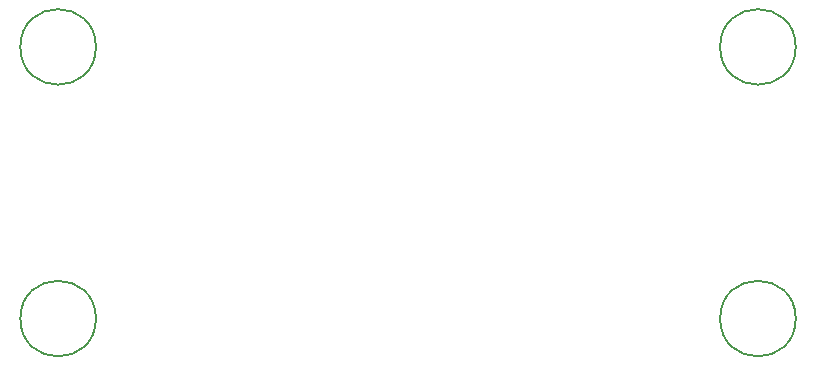
<source format=gbr>
%TF.GenerationSoftware,KiCad,Pcbnew,8.0.3*%
%TF.CreationDate,2024-10-26T21:30:25-07:00*%
%TF.ProjectId,oled_controller,6f6c6564-5f63-46f6-9e74-726f6c6c6572,rev?*%
%TF.SameCoordinates,Original*%
%TF.FileFunction,Other,Comment*%
%FSLAX46Y46*%
G04 Gerber Fmt 4.6, Leading zero omitted, Abs format (unit mm)*
G04 Created by KiCad (PCBNEW 8.0.3) date 2024-10-26 21:30:25*
%MOMM*%
%LPD*%
G01*
G04 APERTURE LIST*
%ADD10C,0.150000*%
G04 APERTURE END LIST*
D10*
%TO.C,H4*%
X116700000Y-77500000D02*
G75*
G02*
X110300000Y-77500000I-3200000J0D01*
G01*
X110300000Y-77500000D02*
G75*
G02*
X116700000Y-77500000I3200000J0D01*
G01*
%TO.C,H2*%
X116700000Y-54500000D02*
G75*
G02*
X110300000Y-54500000I-3200000J0D01*
G01*
X110300000Y-54500000D02*
G75*
G02*
X116700000Y-54500000I3200000J0D01*
G01*
%TO.C,H1*%
X57450000Y-54500000D02*
G75*
G02*
X51050000Y-54500000I-3200000J0D01*
G01*
X51050000Y-54500000D02*
G75*
G02*
X57450000Y-54500000I3200000J0D01*
G01*
%TO.C,H3*%
X57450000Y-77500000D02*
G75*
G02*
X51050000Y-77500000I-3200000J0D01*
G01*
X51050000Y-77500000D02*
G75*
G02*
X57450000Y-77500000I3200000J0D01*
G01*
%TD*%
M02*

</source>
